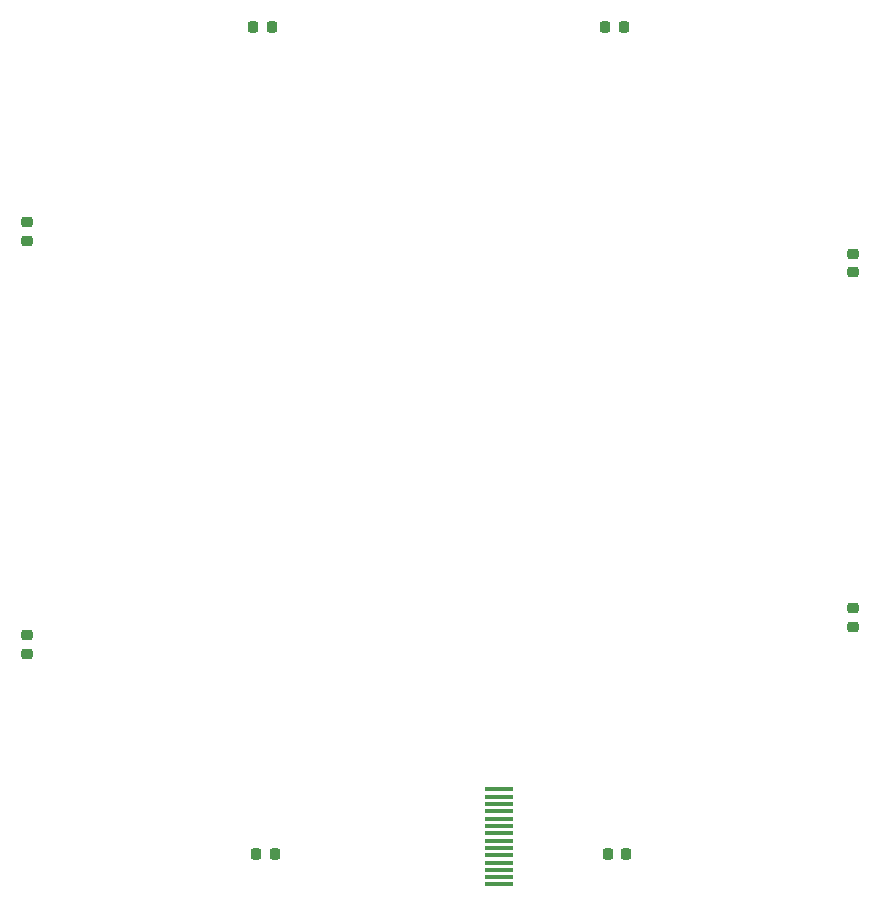
<source format=gbp>
G04 #@! TF.GenerationSoftware,KiCad,Pcbnew,(6.0.8)*
G04 #@! TF.CreationDate,2024-01-04T13:56:32-05:00*
G04 #@! TF.ProjectId,lb_mp1,6c625f6d-7031-42e6-9b69-6361645f7063,rev?*
G04 #@! TF.SameCoordinates,Original*
G04 #@! TF.FileFunction,Paste,Bot*
G04 #@! TF.FilePolarity,Positive*
%FSLAX46Y46*%
G04 Gerber Fmt 4.6, Leading zero omitted, Abs format (unit mm)*
G04 Created by KiCad (PCBNEW (6.0.8)) date 2024-01-04 13:56:32*
%MOMM*%
%LPD*%
G01*
G04 APERTURE LIST*
G04 Aperture macros list*
%AMRoundRect*
0 Rectangle with rounded corners*
0 $1 Rounding radius*
0 $2 $3 $4 $5 $6 $7 $8 $9 X,Y pos of 4 corners*
0 Add a 4 corners polygon primitive as box body*
4,1,4,$2,$3,$4,$5,$6,$7,$8,$9,$2,$3,0*
0 Add four circle primitives for the rounded corners*
1,1,$1+$1,$2,$3*
1,1,$1+$1,$4,$5*
1,1,$1+$1,$6,$7*
1,1,$1+$1,$8,$9*
0 Add four rect primitives between the rounded corners*
20,1,$1+$1,$2,$3,$4,$5,0*
20,1,$1+$1,$4,$5,$6,$7,0*
20,1,$1+$1,$6,$7,$8,$9,0*
20,1,$1+$1,$8,$9,$2,$3,0*%
G04 Aperture macros list end*
%ADD10RoundRect,0.218750X0.256250X-0.218750X0.256250X0.218750X-0.256250X0.218750X-0.256250X-0.218750X0*%
%ADD11RoundRect,0.218750X0.218750X0.256250X-0.218750X0.256250X-0.218750X-0.256250X0.218750X-0.256250X0*%
%ADD12RoundRect,0.218750X-0.218750X-0.256250X0.218750X-0.256250X0.218750X0.256250X-0.218750X0.256250X0*%
%ADD13R,2.400000X0.320000*%
%ADD14RoundRect,0.218750X-0.256250X0.218750X-0.256250X-0.218750X0.256250X-0.218750X0.256250X0.218750X0*%
G04 APERTURE END LIST*
D10*
X114440000Y-79787500D03*
X114440000Y-78212500D03*
D11*
X165227500Y-131660000D03*
X163652500Y-131660000D03*
D12*
X133652500Y-61660000D03*
X135227500Y-61660000D03*
D13*
X154422500Y-134275000D03*
X154422500Y-133655000D03*
X154422500Y-133035000D03*
X154422500Y-132415000D03*
X154422500Y-131795000D03*
X154422500Y-131175000D03*
X154422500Y-130555000D03*
X154422500Y-129935000D03*
X154422500Y-129315000D03*
X154422500Y-128695000D03*
X154422500Y-128075000D03*
X154422500Y-127455000D03*
X154422500Y-126835000D03*
X154422500Y-126215000D03*
D12*
X163440000Y-61660000D03*
X165015000Y-61660000D03*
D14*
X184440000Y-80872500D03*
X184440000Y-82447500D03*
X184440000Y-110872500D03*
X184440000Y-112447500D03*
D11*
X135440000Y-131660000D03*
X133865000Y-131660000D03*
D10*
X114440000Y-114747500D03*
X114440000Y-113172500D03*
M02*

</source>
